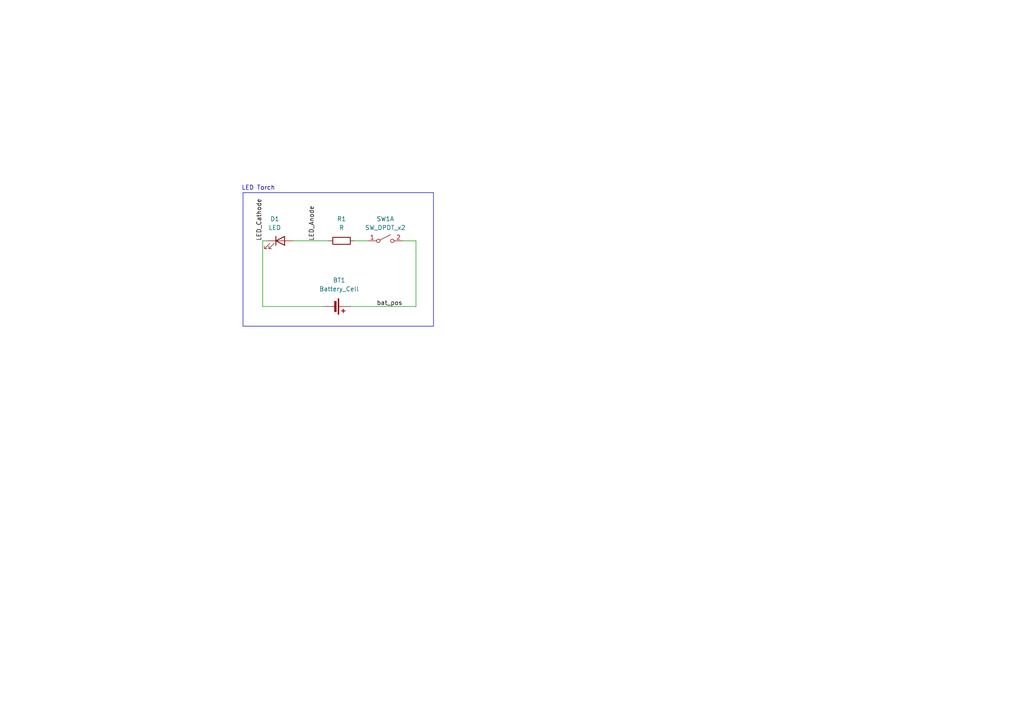
<source format=kicad_sch>
(kicad_sch (version 20250114) (generator "eeschema") (generator_version "9.0")
  (paper "A4")
  (title_block (title "Project 1 / LED Torch"))
  (lib_symbols
    (symbol "Device:Battery_Cell" (pin_numbers (hide yes)) (pin_names (offset 0) (hide yes))
      (property "Reference" "BT" (at 2.54 2.54 0))
      (property "Value" "Battery_Cell" (at 2.54 0 0))
      (symbol "Battery_Cell_0_1"
        (rectangle (start -2.286 1.778) (end 2.286 1.524) (fill (type outline)))
        (rectangle (start -1.524 1.016) (end 1.524 0.508) (fill (type outline)))
        (polyline (pts (xy 0 1.778) (xy 0 2.54)))
        (polyline (pts (xy 0 0.762) (xy 0 0)))
        (polyline (pts (xy 0.762 3.048) (xy 1.778 3.048)) (stroke (width 0.254)))
        (polyline (pts (xy 1.27 3.556) (xy 1.27 2.54)) (stroke (width 0.254)))
      )
      (symbol "Battery_Cell_1_1"
        (pin passive line (at 0 5.08 270) (length 2.54) (name "+") (number "1"))
        (pin passive line (at 0 -2.54 90) (length 2.54) (name "-") (number "2"))
      )
    )
    (symbol "Device:LED" (pin_numbers (hide yes)) (pin_names (offset 1.016) (hide yes))
      (property "Reference" "D" (at 0 2.54 0))
      (property "Value" "LED" (at 0 -2.54 0))
      (symbol "LED_0_1"
        (polyline (pts (xy -3.048 -0.762) (xy -4.572 -2.286) (xy -3.81 -2.286) (xy -4.572 -2.286) (xy -4.572 -1.524)))
        (polyline (pts (xy -1.778 -0.762) (xy -3.302 -2.286) (xy -2.54 -2.286) (xy -3.302 -2.286) (xy -3.302 -1.524)))
        (polyline (pts (xy -1.27 0) (xy 1.27 0)))
        (polyline (pts (xy -1.27 -1.27) (xy -1.27 1.27)) (stroke (width 0.254)))
        (polyline (pts (xy 1.27 -1.27) (xy 1.27 1.27) (xy -1.27 0) (xy 1.27 -1.27)) (stroke (width 0.254)))
      )
      (symbol "LED_1_1"
        (pin passive line (at -3.81 0 0) (length 2.54) (name "K") (number "1"))
        (pin passive line (at 3.81 0 180) (length 2.54) (name "A") (number "2"))
      )
    )
    (symbol "Device:R" (pin_numbers (hide yes)) (pin_names (offset 0))
      (property "Reference" "R" (at 2.032 0 90))
      (property "Value" "R" (at 0 0 90))
      (symbol "R_0_1"
        (rectangle (start -1.016 -2.54) (end 1.016 2.54) (stroke (width 0.254)))
      )
      (symbol "R_1_1"
        (pin passive line (at 0 3.81 270) (length 1.27) (name "~") (number "1"))
        (pin passive line (at 0 -3.81 90) (length 1.27) (name "~") (number "2"))
      )
    )
    (symbol "Switch:SW_DPST_x2" (pin_names (offset 0) (hide yes))
      (property "Reference" "SW" (at 0 3.175 0))
      (property "Value" "SW_DPST_x2" (at 0 -2.54 0))
      (symbol "SW_DPST_x2_0_0"
        (circle (center -2.032 0) (radius 0.508))
        (polyline (pts (xy -1.524 0.254) (xy 1.524 1.778)))
        (circle (center 2.032 0) (radius 0.508))
      )
      (symbol "SW_DPST_x2_1_1"
        (pin passive line (at -5.08 0 0) (length 2.54) (name "A") (number "1"))
        (pin passive line (at 5.08 0 180) (length 2.54) (name "B") (number "2"))
      )
      (symbol "SW_DPST_x2_2_1"
        (pin passive line (at -5.08 0 0) (length 2.54) (name "A") (number "3"))
        (pin passive line (at 5.08 0 180) (length 2.54) (name "B") (number "4"))
      )
    )
  )
  (rectangle (start 125.73 94.615) (end 70.485 55.88))
  (text "LED Torch" (at 74.93 54.61 0) (effects (font (size 1.27 1.27))))
  (wire (pts (xy 85.09 69.85) (xy 95.25 69.85)))
  (wire (pts (xy 76.2 69.85) (xy 76.2 88.9)))
  (wire (pts (xy 102.87 69.85) (xy 106.68 69.85)))
  (wire (pts (xy 76.2 88.9) (xy 93.98 88.9)))
  (wire (pts (xy 120.65 69.85) (xy 116.84 69.85)))
  (wire (pts (xy 101.6 88.9) (xy 120.65 88.9)))
  (wire (pts (xy 77.47 69.85) (xy 76.2 69.85)))
  (wire (pts (xy 120.65 69.85) (xy 120.65 88.9)))
  (label "bat_pos" (at 109.22 88.9 0))
  (label "LED_Anode" (at 91.44 69.85 90))
  (label "LED_Cathode" (at 76.2 69.85 90))
  (symbol (lib_id "Switch:SW_DPST_x2") (at 111.76 69.85 0) (unit 1)
    (property "Reference" "SW1" (at 111.76 63.5 0))
    (property "Value" "SW_DPDT_x2" (at 111.76 66.04 0))
    (property "Footprint" "Button_Switch_THT:SW_TH_Tactile_Omron_B3F-10xx" (effects (hide yes)))
    (property "Description" "Single Pole Single Throw (SPST) switch, separate symbol" (effects (hide yes)))
  )
  (symbol (lib_id "Device:Battery_Cell") (at 96.52 88.9 270) (unit 1)
    (property "Reference" "BT1" (at 98.3615 81.28 90))
    (property "Value" "Battery_Cell" (at 98.3615 83.82 90))
    (property "Footprint" "Battery:BatteryHolder_Keystone_1058_1x2032" (effects (hide yes)))
    (property "Description" "Single-cell battery" (effects (hide yes)))
  )
  (symbol (lib_id "Device:LED") (at 81.28 69.85 0) (unit 1)
    (property "Reference" "D1" (at 79.6925 63.5 0))
    (property "Value" "LED" (at 79.6925 66.04 0))
    (property "Footprint" "LED_THT:LED_D5.0mm" (effects (hide yes)))
    (property "Description" "Light emitting diode" (effects (hide yes)))
  )
  (symbol (lib_id "Device:R") (at 99.06 69.85 90) (unit 1)
    (property "Reference" "R1" (at 99.06 63.5 90))
    (property "Value" "R" (at 99.06 66.04 90))
    (property "Footprint" "Resistor_THT:R_Axial_DIN0204_L3.6mm_D1.6mm_P7.62mm_Horizontal" (effects (hide yes)))
    (property "Description" "Resistor" (effects (hide yes)))
  )
)
</source>
